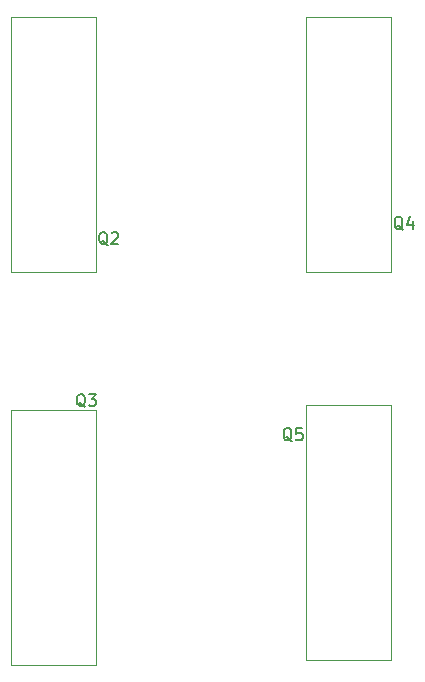
<source format=gbr>
G04 #@! TF.GenerationSoftware,KiCad,Pcbnew,(5.1.2)-1*
G04 #@! TF.CreationDate,2020-03-29T12:59:04+05:30*
G04 #@! TF.ProjectId,G6ALU_20WPA,4736414c-555f-4323-9057-50412e6b6963,rev?*
G04 #@! TF.SameCoordinates,Original*
G04 #@! TF.FileFunction,Legend,Top*
G04 #@! TF.FilePolarity,Positive*
%FSLAX46Y46*%
G04 Gerber Fmt 4.6, Leading zero omitted, Abs format (unit mm)*
G04 Created by KiCad (PCBNEW (5.1.2)-1) date 2020-03-29 12:59:04*
%MOMM*%
%LPD*%
G04 APERTURE LIST*
%ADD10C,0.120000*%
%ADD11C,0.150000*%
G04 APERTURE END LIST*
D10*
X90200000Y-82200000D02*
X83000000Y-82200000D01*
X90200000Y-60600000D02*
X90200000Y-82200000D01*
X83000000Y-60600000D02*
X90200000Y-60600000D01*
X83000000Y-82200000D02*
X83000000Y-60600000D01*
X83000000Y-93900000D02*
X90200000Y-93900000D01*
X83000000Y-115500000D02*
X83000000Y-93900000D01*
X90200000Y-115500000D02*
X83000000Y-115500000D01*
X90200000Y-93900000D02*
X90200000Y-115500000D01*
X115200000Y-82200000D02*
X108000000Y-82200000D01*
X115200000Y-60600000D02*
X115200000Y-82200000D01*
X108000000Y-60600000D02*
X115200000Y-60600000D01*
X108000000Y-82200000D02*
X108000000Y-60600000D01*
X108000000Y-93500000D02*
X115200000Y-93500000D01*
X108000000Y-115100000D02*
X108000000Y-93500000D01*
X115200000Y-115100000D02*
X108000000Y-115100000D01*
X115200000Y-93500000D02*
X115200000Y-115100000D01*
D11*
X91204761Y-79947619D02*
X91109523Y-79900000D01*
X91014285Y-79804761D01*
X90871428Y-79661904D01*
X90776190Y-79614285D01*
X90680952Y-79614285D01*
X90728571Y-79852380D02*
X90633333Y-79804761D01*
X90538095Y-79709523D01*
X90490476Y-79519047D01*
X90490476Y-79185714D01*
X90538095Y-78995238D01*
X90633333Y-78900000D01*
X90728571Y-78852380D01*
X90919047Y-78852380D01*
X91014285Y-78900000D01*
X91109523Y-78995238D01*
X91157142Y-79185714D01*
X91157142Y-79519047D01*
X91109523Y-79709523D01*
X91014285Y-79804761D01*
X90919047Y-79852380D01*
X90728571Y-79852380D01*
X91538095Y-78947619D02*
X91585714Y-78900000D01*
X91680952Y-78852380D01*
X91919047Y-78852380D01*
X92014285Y-78900000D01*
X92061904Y-78947619D01*
X92109523Y-79042857D01*
X92109523Y-79138095D01*
X92061904Y-79280952D01*
X91490476Y-79852380D01*
X92109523Y-79852380D01*
X89304761Y-93647619D02*
X89209523Y-93600000D01*
X89114285Y-93504761D01*
X88971428Y-93361904D01*
X88876190Y-93314285D01*
X88780952Y-93314285D01*
X88828571Y-93552380D02*
X88733333Y-93504761D01*
X88638095Y-93409523D01*
X88590476Y-93219047D01*
X88590476Y-92885714D01*
X88638095Y-92695238D01*
X88733333Y-92600000D01*
X88828571Y-92552380D01*
X89019047Y-92552380D01*
X89114285Y-92600000D01*
X89209523Y-92695238D01*
X89257142Y-92885714D01*
X89257142Y-93219047D01*
X89209523Y-93409523D01*
X89114285Y-93504761D01*
X89019047Y-93552380D01*
X88828571Y-93552380D01*
X89590476Y-92552380D02*
X90209523Y-92552380D01*
X89876190Y-92933333D01*
X90019047Y-92933333D01*
X90114285Y-92980952D01*
X90161904Y-93028571D01*
X90209523Y-93123809D01*
X90209523Y-93361904D01*
X90161904Y-93457142D01*
X90114285Y-93504761D01*
X90019047Y-93552380D01*
X89733333Y-93552380D01*
X89638095Y-93504761D01*
X89590476Y-93457142D01*
X116204761Y-78647619D02*
X116109523Y-78600000D01*
X116014285Y-78504761D01*
X115871428Y-78361904D01*
X115776190Y-78314285D01*
X115680952Y-78314285D01*
X115728571Y-78552380D02*
X115633333Y-78504761D01*
X115538095Y-78409523D01*
X115490476Y-78219047D01*
X115490476Y-77885714D01*
X115538095Y-77695238D01*
X115633333Y-77600000D01*
X115728571Y-77552380D01*
X115919047Y-77552380D01*
X116014285Y-77600000D01*
X116109523Y-77695238D01*
X116157142Y-77885714D01*
X116157142Y-78219047D01*
X116109523Y-78409523D01*
X116014285Y-78504761D01*
X115919047Y-78552380D01*
X115728571Y-78552380D01*
X117014285Y-77885714D02*
X117014285Y-78552380D01*
X116776190Y-77504761D02*
X116538095Y-78219047D01*
X117157142Y-78219047D01*
X106804761Y-96547619D02*
X106709523Y-96500000D01*
X106614285Y-96404761D01*
X106471428Y-96261904D01*
X106376190Y-96214285D01*
X106280952Y-96214285D01*
X106328571Y-96452380D02*
X106233333Y-96404761D01*
X106138095Y-96309523D01*
X106090476Y-96119047D01*
X106090476Y-95785714D01*
X106138095Y-95595238D01*
X106233333Y-95500000D01*
X106328571Y-95452380D01*
X106519047Y-95452380D01*
X106614285Y-95500000D01*
X106709523Y-95595238D01*
X106757142Y-95785714D01*
X106757142Y-96119047D01*
X106709523Y-96309523D01*
X106614285Y-96404761D01*
X106519047Y-96452380D01*
X106328571Y-96452380D01*
X107661904Y-95452380D02*
X107185714Y-95452380D01*
X107138095Y-95928571D01*
X107185714Y-95880952D01*
X107280952Y-95833333D01*
X107519047Y-95833333D01*
X107614285Y-95880952D01*
X107661904Y-95928571D01*
X107709523Y-96023809D01*
X107709523Y-96261904D01*
X107661904Y-96357142D01*
X107614285Y-96404761D01*
X107519047Y-96452380D01*
X107280952Y-96452380D01*
X107185714Y-96404761D01*
X107138095Y-96357142D01*
M02*

</source>
